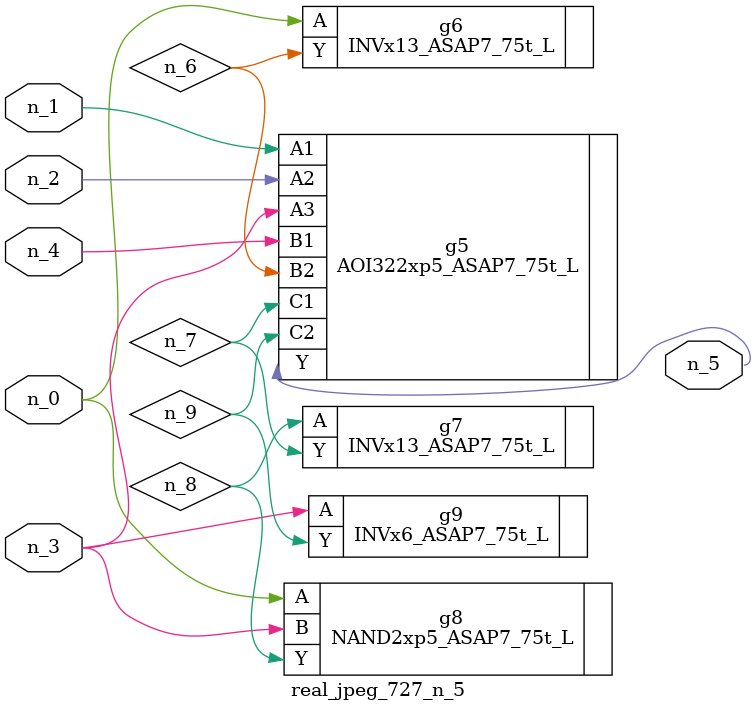
<source format=v>
module real_jpeg_727_n_5 (n_4, n_0, n_1, n_2, n_3, n_5);

input n_4;
input n_0;
input n_1;
input n_2;
input n_3;

output n_5;

wire n_8;
wire n_6;
wire n_7;
wire n_9;

INVx13_ASAP7_75t_L g6 ( 
.A(n_0),
.Y(n_6)
);

NAND2xp5_ASAP7_75t_L g8 ( 
.A(n_0),
.B(n_3),
.Y(n_8)
);

AOI322xp5_ASAP7_75t_L g5 ( 
.A1(n_1),
.A2(n_2),
.A3(n_3),
.B1(n_4),
.B2(n_6),
.C1(n_7),
.C2(n_9),
.Y(n_5)
);

INVx6_ASAP7_75t_L g9 ( 
.A(n_3),
.Y(n_9)
);

INVx13_ASAP7_75t_L g7 ( 
.A(n_8),
.Y(n_7)
);


endmodule
</source>
